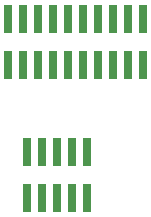
<source format=gbr>
%TF.GenerationSoftware,KiCad,Pcbnew,(6.0.1)*%
%TF.CreationDate,2023-01-19T10:52:25+01:00*%
%TF.ProjectId,swd-jlink-adapter,7377642d-6a6c-4696-9e6b-2d6164617074,rev?*%
%TF.SameCoordinates,Original*%
%TF.FileFunction,Paste,Top*%
%TF.FilePolarity,Positive*%
%FSLAX46Y46*%
G04 Gerber Fmt 4.6, Leading zero omitted, Abs format (unit mm)*
G04 Created by KiCad (PCBNEW (6.0.1)) date 2023-01-19 10:52:25*
%MOMM*%
%LPD*%
G01*
G04 APERTURE LIST*
%ADD10R,0.740000X2.400000*%
G04 APERTURE END LIST*
D10*
%TO.C,J3*%
X139860000Y-87382500D03*
X139860000Y-83482500D03*
X141130000Y-87382500D03*
X141130000Y-83482500D03*
X142400000Y-87382500D03*
X142400000Y-83482500D03*
X143670000Y-87382500D03*
X143670000Y-83482500D03*
X144940000Y-87382500D03*
X144940000Y-83482500D03*
%TD*%
%TO.C,J4*%
X138285000Y-76156000D03*
X138285000Y-72256000D03*
X139555000Y-76156000D03*
X139555000Y-72256000D03*
X140825000Y-76156000D03*
X140825000Y-72256000D03*
X142095000Y-76156000D03*
X142095000Y-72256000D03*
X143365000Y-76156000D03*
X143365000Y-72256000D03*
X144635000Y-76156000D03*
X144635000Y-72256000D03*
X145905000Y-76156000D03*
X145905000Y-72256000D03*
X147175000Y-76156000D03*
X147175000Y-72256000D03*
X148445000Y-76156000D03*
X148445000Y-72256000D03*
X149715000Y-76156000D03*
X149715000Y-72256000D03*
%TD*%
M02*

</source>
